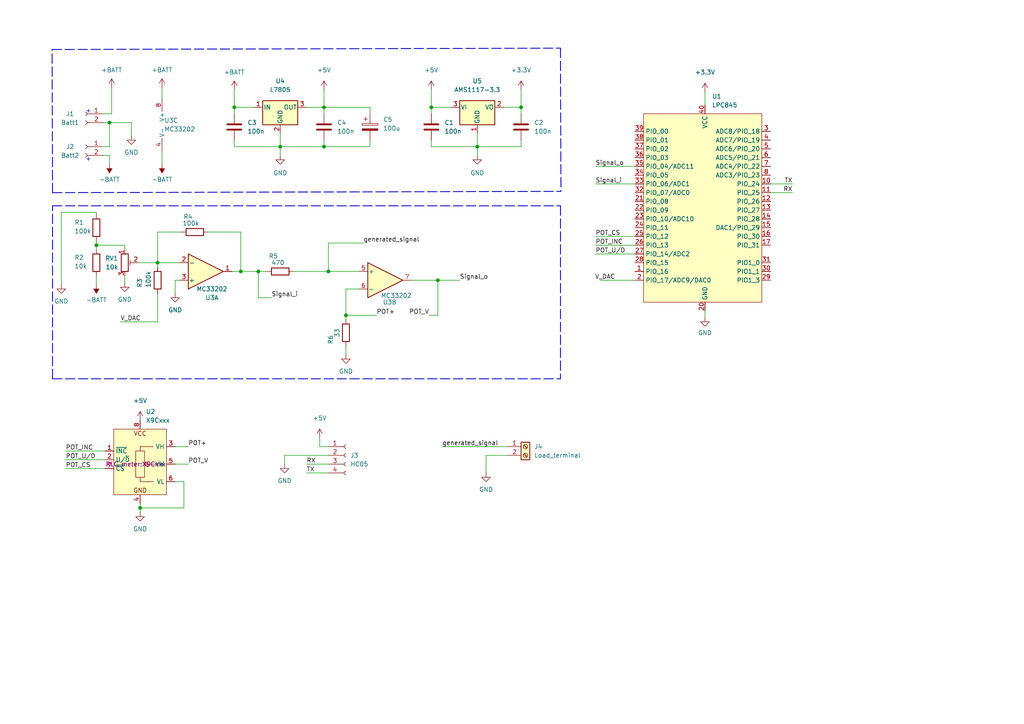
<source format=kicad_sch>
(kicad_sch (version 20211123) (generator eeschema)
  (paper "A4")
  (lib_symbols
    (symbol "Amplifier_Operational:MC33202" (pin_names (offset 0.127))
      (property "Reference" "U" (at 0 5.08 0))
      (property "Value" "MC33202" (at 0 -5.08 0))
      (symbol "MC33202_1_1"
        (polyline (pts (xy -5.08 5.08) (xy 5.08 0) (xy -5.08 -5.08) (xy -5.08 5.08)) (stroke (width 0.254)) (fill (type background)))
        (pin output line (at 7.62 0 180) (length 2.54) (name "~") (number "1"))
        (pin input line (at -7.62 -2.54 0) (length 2.54) (name "-") (number "2"))
        (pin input line (at -7.62 2.54 0) (length 2.54) (name "+") (number "3"))
      )
      (symbol "MC33202_2_1"
        (polyline (pts (xy -5.08 5.08) (xy 5.08 0) (xy -5.08 -5.08) (xy -5.08 5.08)) (stroke (width 0.254)) (fill (type background)))
        (pin input line (at -7.62 2.54 0) (length 2.54) (name "+") (number "5"))
        (pin input line (at -7.62 -2.54 0) (length 2.54) (name "-") (number "6"))
        (pin output line (at 7.62 0 180) (length 2.54) (name "~") (number "7"))
      )
      (symbol "MC33202_3_1"
        (pin power_in line (at -2.54 -7.62 90) (length 3.81) (name "V-") (number "4"))
        (pin power_in line (at -2.54 7.62 270) (length 3.81) (name "V+") (number "8"))
      )
    )
    (symbol "Connector:Conn_01x02_Female" (pin_names (offset 1.016) hide)
      (property "Reference" "J" (at 0 2.54 0))
      (property "Value" "Conn_01x02_Female" (at 0 -5.08 0))
      (symbol "Conn_01x02_Female_1_1"
        (arc (start 0 -2.032) (mid -0.508 -2.54) (end 0 -3.048) (stroke (width 0.1524)))
        (polyline (pts (xy -1.27 -2.54) (xy -0.508 -2.54)) (stroke (width 0.1524)))
        (polyline (pts (xy -1.27 0) (xy -0.508 0)) (stroke (width 0.1524)))
        (arc (start 0 0.508) (mid -0.508 0) (end 0 -0.508) (stroke (width 0.1524)))
        (pin passive line (at -5.08 0 0) (length 3.81) (name "Pin_1") (number "1"))
        (pin passive line (at -5.08 -2.54 0) (length 3.81) (name "Pin_2") (number "2"))
      )
    )
    (symbol "Connector:Conn_01x04_Female" (pin_names (offset 1.016) hide)
      (property "Reference" "J" (at 0 5.08 0))
      (property "Value" "Conn_01x04_Female" (at 0 -7.62 0))
      (symbol "Conn_01x04_Female_1_1"
        (arc (start 0 -4.572) (mid -0.508 -5.08) (end 0 -5.588) (stroke (width 0.1524)))
        (arc (start 0 -2.032) (mid -0.508 -2.54) (end 0 -3.048) (stroke (width 0.1524)))
        (polyline (pts (xy -1.27 -5.08) (xy -0.508 -5.08)) (stroke (width 0.1524)))
        (polyline (pts (xy -1.27 -2.54) (xy -0.508 -2.54)) (stroke (width 0.1524)))
        (polyline (pts (xy -1.27 0) (xy -0.508 0)) (stroke (width 0.1524)))
        (polyline (pts (xy -1.27 2.54) (xy -0.508 2.54)) (stroke (width 0.1524)))
        (arc (start 0 0.508) (mid -0.508 0) (end 0 -0.508) (stroke (width 0.1524)))
        (arc (start 0 3.048) (mid -0.508 2.54) (end 0 2.032) (stroke (width 0.1524)))
        (pin passive line (at -5.08 2.54 0) (length 3.81) (name "Pin_1") (number "1"))
        (pin passive line (at -5.08 0 0) (length 3.81) (name "Pin_2") (number "2"))
        (pin passive line (at -5.08 -2.54 0) (length 3.81) (name "Pin_3") (number "3"))
        (pin passive line (at -5.08 -5.08 0) (length 3.81) (name "Pin_4") (number "4"))
      )
    )
    (symbol "Connector:Screw_Terminal_01x02" (pin_names (offset 1.016) hide)
      (property "Reference" "J" (at 0 2.54 0))
      (property "Value" "Screw_Terminal_01x02" (at 0 -5.08 0))
      (symbol "Screw_Terminal_01x02_1_1"
        (rectangle (start -1.27 1.27) (end 1.27 -3.81) (stroke (width 0.254)) (fill (type background)))
        (circle (center 0 -2.54) (radius 0.635) (stroke (width 0.1524)))
        (polyline (pts (xy -0.5334 -2.2098) (xy 0.3302 -3.048)) (stroke (width 0.1524)))
        (polyline (pts (xy -0.5334 0.3302) (xy 0.3302 -0.508)) (stroke (width 0.1524)))
        (polyline (pts (xy -0.3556 -2.032) (xy 0.508 -2.8702)) (stroke (width 0.1524)))
        (polyline (pts (xy -0.3556 0.508) (xy 0.508 -0.3302)) (stroke (width 0.1524)))
        (circle (center 0 0) (radius 0.635) (stroke (width 0.1524)))
        (pin passive line (at -5.08 0 0) (length 3.81) (name "Pin_1") (number "1"))
        (pin passive line (at -5.08 -2.54 0) (length 3.81) (name "Pin_2") (number "2"))
      )
    )
    (symbol "Device:C" (pin_numbers hide) (pin_names (offset 0.254))
      (property "Reference" "C" (at 0.635 2.54 0))
      (property "Value" "C" (at 0.635 -2.54 0))
      (symbol "C_0_1"
        (polyline (pts (xy -2.032 -0.762) (xy 2.032 -0.762)) (stroke (width 0.508)))
        (polyline (pts (xy -2.032 0.762) (xy 2.032 0.762)) (stroke (width 0.508)))
      )
      (symbol "C_1_1"
        (pin passive line (at 0 3.81 270) (length 2.794) (name "~") (number "1"))
        (pin passive line (at 0 -3.81 90) (length 2.794) (name "~") (number "2"))
      )
    )
    (symbol "Device:C_Polarized" (pin_numbers hide) (pin_names (offset 0.254))
      (property "Reference" "C" (at 0.635 2.54 0))
      (property "Value" "C_Polarized" (at 0.635 -2.54 0))
      (symbol "C_Polarized_0_1"
        (rectangle (start -2.286 0.508) (end 2.286 1.016))
        (polyline (pts (xy -1.778 2.286) (xy -0.762 2.286)))
        (polyline (pts (xy -1.27 2.794) (xy -1.27 1.778)))
        (rectangle (start 2.286 -0.508) (end -2.286 -1.016) (fill (type outline)))
      )
      (symbol "C_Polarized_1_1"
        (pin passive line (at 0 3.81 270) (length 2.794) (name "~") (number "1"))
        (pin passive line (at 0 -3.81 90) (length 2.794) (name "~") (number "2"))
      )
    )
    (symbol "Device:R" (pin_numbers hide) (pin_names (offset 0))
      (property "Reference" "R" (at 2.032 0 90))
      (property "Value" "R" (at 0 0 90))
      (symbol "R_0_1"
        (rectangle (start -1.016 -2.54) (end 1.016 2.54) (stroke (width 0.254)))
      )
      (symbol "R_1_1"
        (pin passive line (at 0 3.81 270) (length 1.27) (name "~") (number "1"))
        (pin passive line (at 0 -3.81 90) (length 1.27) (name "~") (number "2"))
      )
    )
    (symbol "Device:R_Potentiometer_Trim" (pin_names (offset 1.016) hide)
      (property "Reference" "RV" (at -4.445 0 90))
      (property "Value" "R_Potentiometer_Trim" (at -2.54 0 90))
      (symbol "R_Potentiometer_Trim_0_1"
        (polyline (pts (xy 1.524 0.762) (xy 1.524 -0.762)))
        (polyline (pts (xy 2.54 0) (xy 1.524 0)))
        (rectangle (start 1.016 2.54) (end -1.016 -2.54) (stroke (width 0.254)))
      )
      (symbol "R_Potentiometer_Trim_1_1"
        (pin passive line (at 0 3.81 270) (length 1.27) (name "1") (number "1"))
        (pin passive line (at 3.81 0 180) (length 1.27) (name "2") (number "2"))
        (pin passive line (at 0 -3.81 90) (length 1.27) (name "3") (number "3"))
      )
    )
    (symbol "Potentiometer_Digital:X9Cxxx"
      (property "Reference" "U" (at -11.43 11.43 0))
      (property "Value" "X9Cxxx" (at -8.89 13.97 0))
      (symbol "X9Cxxx_0_0"
        (text "GND" (at 0 -7.62 0) (effects (font (size 1.27 1.27))))
        (text "VCC" (at 0 8.89 0) (effects (font (size 1.27 1.27))))
      )
      (symbol "X9Cxxx_0_1"
        (rectangle (start -7.62 10.16) (end 7.62 -8.89) (fill (type background)))
        (rectangle (start -1.27 3.81) (end 1.27 -3.81))
        (polyline (pts (xy 1.27 0) (xy 5.08 0)))
        (polyline (pts (xy 0 3.81) (xy 0 5.08) (xy 3.81 5.08)))
        (polyline (pts (xy 3.81 -5.08) (xy 0 -5.08) (xy 0 -3.81)))
        (polyline (pts (xy 1.27 0) (xy 2.159 0.762) (xy 2.159 -0.762) (xy 1.27 0)))
      )
      (symbol "X9Cxxx_1_1"
        (pin input line (at -10.16 3.81 0) (length 2.54) (name "~{INC}") (number "1"))
        (pin input line (at -10.16 1.27 0) (length 2.54) (name "U/~{D}") (number "2"))
        (pin input line (at 10.16 5.08 180) (length 2.54) (name "VH") (number "3"))
        (pin input line (at 0 -11.43 90) (length 2.54) (name "") (number "4"))
        (pin input line (at 10.16 0 180) (length 2.54) (name "VW") (number "5"))
        (pin input line (at 10.16 -5.08 180) (length 2.54) (name "VL") (number "6"))
        (pin input line (at -10.16 -1.27 0) (length 2.54) (name "~{CS}") (number "7"))
        (pin input line (at 0 12.7 270) (length 2.54) (name "") (number "8"))
      )
    )
    (symbol "Regulator_Linear:AMS1117-3.3" (pin_names (offset 0.254))
      (property "Reference" "U" (at -3.81 3.175 0))
      (property "Value" "AMS1117-3.3" (at 0 3.175 0))
      (symbol "AMS1117-3.3_0_1"
        (rectangle (start -5.08 -5.08) (end 5.08 1.905) (stroke (width 0.254)) (fill (type background)))
      )
      (symbol "AMS1117-3.3_1_1"
        (pin power_in line (at 0 -7.62 90) (length 2.54) (name "GND") (number "1"))
        (pin power_out line (at 7.62 0 180) (length 2.54) (name "VO") (number "2"))
        (pin power_in line (at -7.62 0 0) (length 2.54) (name "VI") (number "3"))
      )
    )
    (symbol "Regulator_Linear:L7805" (pin_names (offset 0.254))
      (property "Reference" "U" (at -3.81 3.175 0))
      (property "Value" "L7805" (at 0 3.175 0))
      (symbol "L7805_0_1"
        (rectangle (start -5.08 1.905) (end 5.08 -5.08) (stroke (width 0.254)) (fill (type background)))
      )
      (symbol "L7805_1_1"
        (pin power_in line (at -7.62 0 0) (length 2.54) (name "IN") (number "1"))
        (pin power_in line (at 0 -7.62 90) (length 2.54) (name "GND") (number "2"))
        (pin power_out line (at 7.62 0 180) (length 2.54) (name "OUT") (number "3"))
      )
    )
    (symbol "power:+3.3V" (power) (pin_names (offset 0))
      (property "Value" "+3.3V" (at 0 3.556 0))
      (symbol "+3.3V_0_1"
        (polyline (pts (xy -0.762 1.27) (xy 0 2.54)))
        (polyline (pts (xy 0 0) (xy 0 2.54)))
        (polyline (pts (xy 0 2.54) (xy 0.762 1.27)))
      )
      (symbol "+3.3V_1_1"
        (pin power_in line (at 0 0 90) (length 0) hide (name "+3.3V") (number "1"))
      )
    )
    (symbol "power:+5V" (power) (pin_names (offset 0))
      (property "Value" "+5V" (at 0 3.556 0))
      (symbol "+5V_0_1"
        (polyline (pts (xy -0.762 1.27) (xy 0 2.54)))
        (polyline (pts (xy 0 0) (xy 0 2.54)))
        (polyline (pts (xy 0 2.54) (xy 0.762 1.27)))
      )
      (symbol "+5V_1_1"
        (pin power_in line (at 0 0 90) (length 0) hide (name "+5V") (number "1"))
      )
    )
    (symbol "power:+BATT" (power) (pin_names (offset 0))
      (property "Value" "+BATT" (at 0 3.556 0))
      (symbol "+BATT_0_1"
        (polyline (pts (xy -0.762 1.27) (xy 0 2.54)))
        (polyline (pts (xy 0 0) (xy 0 2.54)))
        (polyline (pts (xy 0 2.54) (xy 0.762 1.27)))
      )
      (symbol "+BATT_1_1"
        (pin power_in line (at 0 0 90) (length 0) hide (name "+BATT") (number "1"))
      )
    )
    (symbol "power:-BATT" (power) (pin_names (offset 0))
      (property "Value" "-BATT" (at 0 3.556 0))
      (symbol "-BATT_0_1"
        (polyline (pts (xy 0 0) (xy 0 2.54)))
        (polyline (pts (xy 0.762 1.27) (xy -0.762 1.27) (xy 0 2.54) (xy 0.762 1.27)) (fill (type outline)))
      )
      (symbol "-BATT_1_1"
        (pin power_in line (at 0 0 90) (length 0) hide (name "-BATT") (number "1"))
      )
    )
    (symbol "power:GND" (power) (pin_names (offset 0))
      (property "Value" "GND" (at 0 -3.81 0))
      (symbol "GND_0_1"
        (polyline (pts (xy 0 0) (xy 0 -1.27) (xy 1.27 -1.27) (xy 0 -2.54) (xy -1.27 -1.27) (xy 0 -1.27)))
      )
      (symbol "GND_1_1"
        (pin power_in line (at 0 0 270) (length 0) hide (name "GND") (number "1"))
      )
    )
    (symbol "proj_lib:LPC845"
      (property "Reference" "U" (at -15.875 29.21 0))
      (property "Value" "LPC845" (at -12.7 26.67 0))
      (symbol "LPC845_0_1"
        (rectangle (start -16.51 24.13) (end 17.78 -30.48) (fill (type background)))
      )
      (symbol "LPC845_1_1"
        (pin bidirectional line (at -19.05 -21.59 0) (length 2.54) (name "PIO_16") (number "1"))
        (pin bidirectional line (at 20.32 3.81 180) (length 2.54) (name "PIO_24") (number "10"))
        (pin bidirectional line (at 20.32 1.27 180) (length 2.54) (name "PIO_25") (number "11"))
        (pin bidirectional line (at 20.32 -1.27 180) (length 2.54) (name "PIO_26") (number "12"))
        (pin bidirectional line (at 20.32 -3.81 180) (length 2.54) (name "PIO_27") (number "13"))
        (pin bidirectional line (at 20.32 -6.35 180) (length 2.54) (name "PIO_28") (number "14"))
        (pin bidirectional line (at 20.32 -8.89 180) (length 2.54) (name "DAC1/PIO_29") (number "15"))
        (pin bidirectional line (at 20.32 -11.43 180) (length 2.54) (name "PIO_30") (number "16"))
        (pin bidirectional line (at 20.32 -13.97 180) (length 2.54) (name "PIO_31") (number "17"))
        (pin bidirectional line (at 16.51 -35.56 180) (length 2.54) hide (name "PIO_09_2") (number "18"))
        (pin bidirectional line (at 16.51 -38.1 180) (length 2.54) hide (name "PIO_08_2") (number "19"))
        (pin bidirectional line (at -19.05 -24.13 0) (length 2.54) (name "PIO_17/ADC9/DAC0") (number "2"))
        (pin unspecified line (at 1.27 -33.02 90) (length 2.54) (name "GND") (number "20"))
        (pin bidirectional line (at -19.05 -1.27 0) (length 2.54) (name "PIO_08") (number "21"))
        (pin bidirectional line (at -19.05 -3.81 0) (length 2.54) (name "PIO_09") (number "22"))
        (pin bidirectional line (at -19.05 -6.35 0) (length 2.54) (name "PIO_10/ADC10") (number "23"))
        (pin bidirectional line (at -19.05 -8.89 0) (length 2.54) (name "PIO_11") (number "24"))
        (pin bidirectional line (at -19.05 -11.43 0) (length 2.54) (name "PIO_12") (number "25"))
        (pin bidirectional line (at -19.05 -13.97 0) (length 2.54) (name "PIO_13") (number "26"))
        (pin bidirectional line (at -19.05 -16.51 0) (length 2.54) (name "PIO_14/ADC2") (number "27"))
        (pin bidirectional line (at -19.05 -19.05 0) (length 2.54) (name "PIO_15") (number "28"))
        (pin bidirectional line (at 20.32 -24.13 180) (length 2.54) (name "PIO1_3") (number "29"))
        (pin bidirectional line (at 20.32 19.05 180) (length 2.54) (name "ADC8/PIO_18") (number "3"))
        (pin bidirectional line (at 20.32 -21.59 180) (length 2.54) (name "PIO1_1") (number "30"))
        (pin bidirectional line (at 20.32 -19.05 180) (length 2.54) (name "PIO1_0") (number "31"))
        (pin bidirectional line (at -19.05 1.27 0) (length 2.54) (name "PIO_07/ADC0") (number "32"))
        (pin bidirectional line (at -19.05 3.81 0) (length 2.54) (name "PIO_06/ADC1") (number "33"))
        (pin bidirectional line (at -19.05 6.35 0) (length 2.54) (name "PIO_05") (number "34"))
        (pin bidirectional line (at -19.05 8.89 0) (length 2.54) (name "PIO_04/ADC11") (number "35"))
        (pin bidirectional line (at -19.05 11.43 0) (length 2.54) (name "PIO_03") (number "36"))
        (pin bidirectional line (at -19.05 13.97 0) (length 2.54) (name "PIO_02") (number "37"))
        (pin bidirectional line (at -19.05 16.51 0) (length 2.54) (name "PIO_01") (number "38"))
        (pin bidirectional line (at -19.05 19.05 0) (length 2.54) (name "PIO_00") (number "39"))
        (pin bidirectional line (at 20.32 16.51 180) (length 2.54) (name "ADC7/PIO_19") (number "4"))
        (pin power_in line (at 1.27 26.67 270) (length 2.54) (name "VCC") (number "40"))
        (pin bidirectional line (at 20.32 13.97 180) (length 2.54) (name "ADC6/PIO_20") (number "5"))
        (pin bidirectional line (at 20.32 11.43 180) (length 2.54) (name "ADC5/PIO_21") (number "6"))
        (pin bidirectional line (at 20.32 8.89 180) (length 2.54) (name "ADC4/PIO_22") (number "7"))
        (pin bidirectional line (at 20.32 6.35 180) (length 2.54) (name "ADC3/PIO_23") (number "8"))
        (pin bidirectional line (at 16.51 -33.02 180) (length 2.54) hide (name "PIO_05_2") (number "9"))
      )
    )
  )
  (junction (at 95.25 78.74))
  (junction (at 127 81.28))
  (junction (at 151.13 31.115))
  (junction (at 27.94 71.12))
  (junction (at 100.33 91.44))
  (junction (at 93.98 31.115))
  (junction (at 93.98 42.545))
  (junction (at 31.75 35.56))
  (junction (at 45.72 76.2))
  (junction (at 81.28 42.545))
  (junction (at 40.64 147.32))
  (junction (at 138.43 42.545))
  (junction (at 69.85 78.74))
  (junction (at 125.095 31.115))
  (junction (at 74.93 78.74))
  (junction (at 67.945 31.115))
  (wire (pts (xy 19.05 133.35) (xy 30.48 133.35)))
  (wire (pts (xy 93.98 33.02) (xy 93.98 31.115)))
  (wire (pts (xy 69.85 78.74) (xy 67.31 78.74)))
  (wire (pts (xy 17.78 61.595) (xy 17.78 82.55)))
  (wire (pts (xy 45.72 85.09) (xy 45.72 93.345)))
  (wire (pts (xy 95.25 78.74) (xy 104.14 78.74)))
  (wire (pts (xy 88.9 137.16) (xy 95.25 137.16)))
  (wire (pts (xy 172.72 53.34) (xy 184.15 53.34)))
  (wire (pts (xy 125.095 33.02) (xy 125.095 31.115)))
  (wire (pts (xy 151.13 26.035) (xy 151.13 31.115)))
  (wire (pts (xy 124.46 91.44) (xy 127 91.44)))
  (wire (pts (xy 95.25 70.485) (xy 105.41 70.485)))
  (wire (pts (xy 27.94 69.85) (xy 27.94 71.12)))
  (wire (pts (xy 67.945 31.115) (xy 73.66 31.115)))
  (wire (pts (xy 38.1 35.56) (xy 31.75 35.56)))
  (wire (pts (xy 78.74 86.36) (xy 74.93 86.36)))
  (wire (pts (xy 172.72 73.66) (xy 184.15 73.66)))
  (wire (pts (xy 53.34 139.7) (xy 53.34 147.32)))
  (wire (pts (xy 172.72 48.26) (xy 184.15 48.26)))
  (wire (pts (xy 92.71 129.54) (xy 95.25 129.54)))
  (wire (pts (xy 173.99 81.28) (xy 184.15 81.28)))
  (wire (pts (xy 60.325 67.31) (xy 69.85 67.31)))
  (wire (pts (xy 93.98 42.545) (xy 93.98 40.64)))
  (wire (pts (xy 88.9 31.115) (xy 93.98 31.115)))
  (wire (pts (xy 27.94 71.12) (xy 27.94 72.39)))
  (wire (pts (xy 50.8 134.62) (xy 54.61 134.62)))
  (wire (pts (xy 38.1 39.37) (xy 38.1 35.56)))
  (wire (pts (xy 151.13 33.02) (xy 151.13 31.115)))
  (wire (pts (xy 40.005 76.2) (xy 45.72 76.2)))
  (wire (pts (xy 85.09 78.74) (xy 95.25 78.74)))
  (wire (pts (xy 93.98 31.115) (xy 107.315 31.115)))
  (wire (pts (xy 229.87 53.34) (xy 223.52 53.34)))
  (wire (pts (xy 151.13 42.545) (xy 151.13 40.64)))
  (wire (pts (xy 45.72 67.31) (xy 45.72 76.2)))
  (wire (pts (xy 29.845 45.085) (xy 31.75 45.085)))
  (wire (pts (xy 40.64 146.05) (xy 40.64 147.32)))
  (wire (pts (xy 19.05 130.81) (xy 30.48 130.81)))
  (wire (pts (xy 140.97 137.16) (xy 140.97 132.08)))
  (polyline (pts (xy 162.56 59.69) (xy 162.56 109.855)) (stroke (width 0.25)))
  (wire (pts (xy 17.78 61.595) (xy 27.94 61.595)))
  (wire (pts (xy 127 91.44) (xy 127 81.28)))
  (wire (pts (xy 36.195 71.12) (xy 27.94 71.12)))
  (wire (pts (xy 29.845 35.56) (xy 31.75 35.56)))
  (wire (pts (xy 138.43 42.545) (xy 151.13 42.545)))
  (wire (pts (xy 29.845 42.545) (xy 31.75 42.545)))
  (wire (pts (xy 172.72 68.58) (xy 184.15 68.58)))
  (wire (pts (xy 125.095 40.64) (xy 125.095 42.545)))
  (wire (pts (xy 204.47 90.17) (xy 204.47 92.075)))
  (wire (pts (xy 27.94 61.595) (xy 27.94 62.23)))
  (wire (pts (xy 125.095 42.545) (xy 138.43 42.545)))
  (wire (pts (xy 67.945 42.545) (xy 81.28 42.545)))
  (wire (pts (xy 31.75 42.545) (xy 31.75 35.56)))
  (wire (pts (xy 67.945 33.02) (xy 67.945 31.115)))
  (wire (pts (xy 32.385 25.4) (xy 32.385 33.02)))
  (wire (pts (xy 128.27 129.54) (xy 147.32 129.54)))
  (wire (pts (xy 229.87 55.88) (xy 223.52 55.88)))
  (wire (pts (xy 69.85 78.74) (xy 74.93 78.74)))
  (wire (pts (xy 67.945 26.035) (xy 67.945 31.115)))
  (wire (pts (xy 140.97 132.08) (xy 147.32 132.08)))
  (wire (pts (xy 138.43 42.545) (xy 138.43 45.085)))
  (wire (pts (xy 74.93 78.74) (xy 74.93 86.36)))
  (wire (pts (xy 36.195 80.01) (xy 36.195 82.042)))
  (wire (pts (xy 93.98 26.035) (xy 93.98 31.115)))
  (wire (pts (xy 81.28 38.735) (xy 81.28 42.545)))
  (wire (pts (xy 67.945 40.64) (xy 67.945 42.545)))
  (wire (pts (xy 46.99 25.4) (xy 46.99 28.575)))
  (wire (pts (xy 88.9 134.62) (xy 95.25 134.62)))
  (wire (pts (xy 29.845 33.02) (xy 32.385 33.02)))
  (wire (pts (xy 107.315 42.545) (xy 93.98 42.545)))
  (wire (pts (xy 46.99 43.815) (xy 46.99 47.625)))
  (wire (pts (xy 50.8 85.09) (xy 50.8 81.28)))
  (polyline (pts (xy 15.113 14.351) (xy 162.56 13.97)) (stroke (width 0.25)))
  (wire (pts (xy 27.94 80.01) (xy 27.94 82.55)))
  (wire (pts (xy 74.93 78.74) (xy 77.47 78.74)))
  (wire (pts (xy 95.25 70.485) (xy 95.25 78.74)))
  (wire (pts (xy 100.33 91.44) (xy 109.22 91.44)))
  (wire (pts (xy 204.47 26.67) (xy 204.47 30.48)))
  (wire (pts (xy 172.72 71.12) (xy 184.15 71.12)))
  (wire (pts (xy 92.71 127) (xy 92.71 129.54)))
  (wire (pts (xy 45.72 76.2) (xy 45.72 77.47)))
  (polyline (pts (xy 15.24 109.855) (xy 15.24 59.69)) (stroke (width 0.25)))
  (wire (pts (xy 52.705 67.31) (xy 45.72 67.31)))
  (wire (pts (xy 19.05 135.89) (xy 30.48 135.89)))
  (wire (pts (xy 125.095 31.115) (xy 130.81 31.115)))
  (wire (pts (xy 34.925 93.345) (xy 45.72 93.345)))
  (wire (pts (xy 50.8 81.28) (xy 52.07 81.28)))
  (polyline (pts (xy 15.24 59.69) (xy 162.56 59.69)) (stroke (width 0.25)))
  (wire (pts (xy 82.55 134.62) (xy 82.55 132.08)))
  (wire (pts (xy 146.05 31.115) (xy 151.13 31.115)))
  (wire (pts (xy 81.28 42.545) (xy 93.98 42.545)))
  (polyline (pts (xy 15.24 55.88) (xy 162.687 55.499)) (stroke (width 0.25)))
  (wire (pts (xy 53.34 147.32) (xy 40.64 147.32)))
  (wire (pts (xy 81.28 42.545) (xy 81.28 45.085)))
  (wire (pts (xy 69.85 67.31) (xy 69.85 78.74)))
  (wire (pts (xy 100.33 83.82) (xy 104.14 83.82)))
  (polyline (pts (xy 15.24 109.855) (xy 162.56 109.855)) (stroke (width 0.25)))
  (wire (pts (xy 82.55 132.08) (xy 95.25 132.08)))
  (wire (pts (xy 100.33 91.44) (xy 100.33 92.71)))
  (polyline (pts (xy 162.56 13.97) (xy 162.687 55.499)) (stroke (width 0.25)))
  (wire (pts (xy 107.315 40.64) (xy 107.315 42.545)))
  (wire (pts (xy 107.315 31.115) (xy 107.315 33.02)))
  (polyline (pts (xy 15.24 55.88) (xy 15.113 14.351)) (stroke (width 0.25)))
  (wire (pts (xy 50.8 139.7) (xy 53.34 139.7)))
  (wire (pts (xy 127 81.28) (xy 133.35 81.28)))
  (wire (pts (xy 45.72 76.2) (xy 52.07 76.2)))
  (wire (pts (xy 36.195 71.12) (xy 36.195 72.39)))
  (wire (pts (xy 100.33 91.44) (xy 100.33 83.82)))
  (wire (pts (xy 138.43 38.735) (xy 138.43 42.545)))
  (wire (pts (xy 125.095 26.035) (xy 125.095 31.115)))
  (wire (pts (xy 40.64 147.32) (xy 40.64 148.59)))
  (wire (pts (xy 119.38 81.28) (xy 127 81.28)))
  (wire (pts (xy 100.33 100.33) (xy 100.33 102.87)))
  (wire (pts (xy 50.8 129.54) (xy 54.61 129.54)))
  (wire (pts (xy 31.75 45.085) (xy 31.75 47.625)))
  (text "+" (at 24.765 46.99 0) (effects (font (size 1.27 1.27)) (justify left bottom)))
  (text "+" (at 24.765 33.02 0) (effects (font (size 1.27 1.27)) (justify left bottom)))
  (label "RX" (at 88.9 134.62 0))
  (label "POT_CS" (at 19.05 135.89 0))
  (label "Signal_i" (at 78.74 86.36 0))
  (label "POT_U{slash}D" (at 172.72 73.66 0))
  (label "POT_V" (at 54.61 134.62 0))
  (label "generated_signal" (at 105.41 70.485 0))
  (label "generated_signal" (at 128.27 129.54 0))
  (label "POT_INC" (at 172.72 71.12 0))
  (label "Signal_i" (at 172.72 53.34 0))
  (label "POT_V" (at 124.46 91.44 180))
  (label "POT_INC" (at 19.05 130.81 0))
  (label "TX" (at 229.87 53.34 180))
  (label "POT_CS" (at 172.72 68.58 0))
  (label "RX" (at 229.87 55.88 180))
  (label "V_DAC" (at 178.435 81.28 180))
  (label "POT+" (at 54.61 129.54 0))
  (label "Signal_o" (at 172.72 48.26 0))
  (label "TX" (at 88.9 137.16 0))
  (label "POT+" (at 109.22 91.44 0))
  (label "V_DAC" (at 34.925 93.345 0))
  (label "Signal_o" (at 133.35 81.28 0))
  (label "POT_U{slash}D" (at 19.05 133.35 0))
  (symbol (lib_id "power:-BATT") (at 46.99 47.625 180) (unit 1)
    (property "Reference" "#PWR0114" (effects hide))
    (property "Value" "-BATT" (at 46.99 52.07 0))
  )
  (symbol (lib_id "power:-BATT") (at 27.94 82.55 180) (unit 1)
    (property "Reference" "#PWR0109" (effects hide))
    (property "Value" "-BATT" (at 27.94 86.995 0))
  )
  (symbol (lib_id "Device:C_Polarized") (at 107.315 36.83 0) (unit 1)
    (property "Reference" "C5" (at 111.125 34.6709 0) (effects (justify left)))
    (property "Value" "100u" (at 111.125 37.2109 0) (effects (justify left)))
    (property "Footprint" "Capacitor_THT:CP_Radial_D8.0mm_P5.00mm" (effects hide))
  )
  (symbol (lib_id "Device:R") (at 27.94 66.04 0) (unit 1)
    (property "Reference" "R1" (at 21.59 64.516 0) (effects (justify left)))
    (property "Value" "100k" (at 21.59 67.056 0) (effects (justify left)))
    (property "Footprint" "Resistor_THT:R_Axial_DIN0207_L6.3mm_D2.5mm_P15.24mm_Horizontal" (effects hide))
  )
  (symbol (lib_id "power:+3.3V") (at 151.13 26.035 0) (unit 1)
    (property "Reference" "#PWR0104" (effects hide))
    (property "Value" "+3.3V" (at 151.13 20.32 0))
  )
  (symbol (lib_id "power:GND") (at 40.64 148.59 0) (unit 1)
    (property "Reference" "#PWR0120" (effects hide))
    (property "Value" "GND" (at 40.64 153.416 0))
  )
  (symbol (lib_id "Device:C") (at 93.98 36.83 0) (unit 1)
    (property "Reference" "C4" (at 97.79 35.5599 0) (effects (justify left)))
    (property "Value" "100n" (at 97.79 38.0999 0) (effects (justify left)))
    (property "Footprint" "Capacitor_THT:C_Disc_D5.0mm_W2.5mm_P2.50mm" (effects hide))
  )
  (symbol (lib_id "power:GND") (at 36.195 82.042 0) (unit 1)
    (property "Reference" "#PWR0107" (effects hide))
    (property "Value" "GND" (at 36.195 86.868 0))
  )
  (symbol (lib_id "power:GND") (at 204.47 92.075 0) (unit 1)
    (property "Reference" "#PWR0106" (effects hide))
    (property "Value" "GND" (at 204.47 96.52 0))
  )
  (symbol (lib_id "power:+BATT") (at 67.945 26.035 0) (unit 1)
    (property "Reference" "#PWR0115" (effects hide))
    (property "Value" "+BATT" (at 67.945 20.955 0))
  )
  (symbol (lib_id "Amplifier_Operational:MC33202") (at 111.76 81.28 0) (unit 2)
    (property "Reference" "U3" (at 113.03 87.63 0))
    (property "Value" "MC33202" (at 114.935 85.725 0))
    (property "Footprint" "Package_DIP:DIP-8_W7.62mm_Socket_LongPads" (effects hide))
    (property "Datasheet" "http://www.ti.com/lit/ds/symlink/lm358.pdf" (effects hide))
  )
  (symbol (lib_id "Connector:Conn_01x02_Female") (at 24.765 33.02 0) (mirror y) (unit 1)
    (property "Reference" "J1" (at 20.32 33.02 0))
    (property "Value" "Batt1" (at 20.32 35.56 0))
    (property "Footprint" "Connector_PinHeader_2.54mm:PinHeader_1x02_P2.54mm_Vertical" (effects hide))
  )
  (symbol (lib_id "power:GND") (at 81.28 45.085 0) (unit 1)
    (property "Reference" "#PWR0116" (effects hide))
    (property "Value" "GND" (at 81.28 50.165 0))
  )
  (symbol (lib_id "Device:C") (at 151.13 36.83 0) (unit 1)
    (property "Reference" "C2" (at 154.94 35.5599 0) (effects (justify left)))
    (property "Value" "100n" (at 154.94 38.0999 0) (effects (justify left)))
    (property "Footprint" "Capacitor_THT:C_Disc_D5.0mm_W2.5mm_P2.50mm" (effects hide))
  )
  (symbol (lib_id "Device:R") (at 81.28 78.74 90) (unit 1)
    (property "Reference" "R5" (at 80.645 74.295 90) (effects (justify left)))
    (property "Value" "470" (at 82.55 76.2 90) (effects (justify left)))
    (property "Footprint" "Resistor_THT:R_Axial_DIN0207_L6.3mm_D2.5mm_P15.24mm_Horizontal" (effects hide))
  )
  (symbol (lib_id "power:+BATT") (at 46.99 25.4 0) (unit 1)
    (property "Reference" "#PWR0101" (effects hide))
    (property "Value" "+BATT" (at 46.99 20.32 0))
  )
  (symbol (lib_id "power:GND") (at 38.1 39.37 0) (unit 1)
    (property "Reference" "#PWR0113" (effects hide))
    (property "Value" "GND" (at 38.1 44.196 0))
  )
  (symbol (lib_id "Device:C") (at 125.095 36.83 0) (unit 1)
    (property "Reference" "C1" (at 128.905 35.5599 0) (effects (justify left)))
    (property "Value" "100n" (at 128.905 38.0999 0) (effects (justify left)))
    (property "Footprint" "Capacitor_THT:C_Disc_D5.0mm_W2.5mm_P2.50mm" (effects hide))
  )
  (symbol (lib_id "proj_lib:LPC845") (at 203.2 57.15 0) (unit 1)
    (property "Reference" "U1" (at 206.4894 27.94 0) (effects (justify left)))
    (property "Value" "LPC845" (at 206.4894 30.48 0) (effects (justify left)))
    (property "Footprint" "RLC_meter:LPC845" (effects hide))
  )
  (symbol (lib_id "power:+3.3V") (at 204.47 26.67 0) (unit 1)
    (property "Reference" "#PWR0105" (effects hide))
    (property "Value" "+3.3V" (at 204.47 20.955 0))
  )
  (symbol (lib_id "Device:R") (at 45.72 81.28 0) (unit 1)
    (property "Reference" "R3" (at 40.513 83.439 90) (effects (justify left)))
    (property "Value" "100k" (at 43.053 83.439 90) (effects (justify left)))
    (property "Footprint" "Resistor_THT:R_Axial_DIN0207_L6.3mm_D2.5mm_P15.24mm_Horizontal" (effects hide))
  )
  (symbol (lib_id "power:GND") (at 82.55 134.62 0) (unit 1)
    (property "Reference" "#PWR0121" (effects hide))
    (property "Value" "GND" (at 82.55 139.446 0))
  )
  (symbol (lib_id "Connector:Screw_Terminal_01x02") (at 152.4 129.54 0) (unit 1)
    (property "Reference" "J4" (at 154.94 129.5399 0) (effects (justify left)))
    (property "Value" "Load_terminal" (at 154.94 132.0799 0) (effects (justify left)))
    (property "Footprint" "TerminalBlock_Philmore:TerminalBlock_Philmore_TB132_1x02_P5.00mm_Horizontal" (effects hide))
  )
  (symbol (lib_id "Device:R_Potentiometer_Trim") (at 36.195 76.2 0) (unit 1)
    (property "Reference" "RV1" (at 34.29 74.9299 0) (effects (justify right)))
    (property "Value" "10k" (at 34.29 77.4699 0) (effects (justify right)))
    (property "Footprint" "Potentiometer_THT:Potentiometer_Bourns_3386C_Horizontal" (effects hide))
  )
  (symbol (lib_id "power:+5V") (at 92.71 127 0) (unit 1)
    (property "Reference" "#PWR0122" (effects hide))
    (property "Value" "+5V" (at 92.71 121.285 0))
  )
  (symbol (lib_id "Connector:Conn_01x02_Female") (at 24.765 42.545 0) (mirror y) (unit 1)
    (property "Reference" "J2" (at 20.32 42.545 0))
    (property "Value" "Batt2" (at 20.32 45.085 0))
    (property "Footprint" "Connector_PinHeader_2.54mm:PinHeader_1x02_P2.54mm_Vertical" (effects hide))
  )
  (symbol (lib_id "power:GND") (at 17.78 82.55 0) (unit 1)
    (property "Reference" "#PWR0108" (effects hide))
    (property "Value" "GND" (at 17.78 87.376 0))
  )
  (symbol (lib_id "Regulator_Linear:L7805") (at 81.28 31.115 0) (unit 1)
    (property "Reference" "U4" (at 81.28 23.495 0))
    (property "Value" "L7805" (at 81.28 26.035 0))
    (property "Footprint" "Package_TO_SOT_THT:TO-220-3_Horizontal_TabDown" (effects hide))
    (property "Datasheet" "http://www.st.com/content/ccc/resource/technical/document/datasheet/41/4f/b3/b0/12/d4/47/88/CD00000444.pdf/files/CD00000444.pdf/jcr:content/translations/en.CD00000444.pdf" (effects hide))
  )
  (symbol (lib_id "power:+5V") (at 125.095 26.035 0) (unit 1)
    (property "Reference" "#PWR0102" (effects hide))
    (property "Value" "+5V" (at 125.095 20.32 0))
  )
  (symbol (lib_id "Device:R") (at 56.515 67.31 90) (unit 1)
    (property "Reference" "R4" (at 55.88 62.865 90) (effects (justify left)))
    (property "Value" "100k" (at 57.785 64.77 90) (effects (justify left)))
    (property "Footprint" "Resistor_THT:R_Axial_DIN0207_L6.3mm_D2.5mm_P15.24mm_Horizontal" (effects hide))
  )
  (symbol (lib_id "Device:C") (at 67.945 36.83 0) (unit 1)
    (property "Reference" "C3" (at 71.755 35.5599 0) (effects (justify left)))
    (property "Value" "100n" (at 71.755 38.0999 0) (effects (justify left)))
    (property "Footprint" "Capacitor_THT:C_Disc_D5.0mm_W2.5mm_P2.50mm" (effects hide))
  )
  (symbol (lib_id "Device:R") (at 27.94 76.2 0) (unit 1)
    (property "Reference" "R2" (at 21.59 74.676 0) (effects (justify left)))
    (property "Value" "10k" (at 21.59 77.216 0) (effects (justify left)))
    (property "Footprint" "Resistor_THT:R_Axial_DIN0207_L6.3mm_D2.5mm_P15.24mm_Horizontal" (effects hide))
  )
  (symbol (lib_id "power:GND") (at 100.33 102.87 0) (unit 1)
    (property "Reference" "#PWR0117" (effects hide))
    (property "Value" "GND" (at 100.33 107.696 0))
  )
  (symbol (lib_id "power:-BATT") (at 31.75 47.625 180) (unit 1)
    (property "Reference" "#PWR0111" (effects hide))
    (property "Value" "-BATT" (at 31.75 52.07 0))
  )
  (symbol (lib_id "power:+5V") (at 40.64 121.92 0) (unit 1)
    (property "Reference" "#PWR0119" (effects hide))
    (property "Value" "+5V" (at 40.64 116.205 0))
  )
  (symbol (lib_id "Amplifier_Operational:MC33202") (at 59.69 78.74 0) (mirror x) (unit 1)
    (property "Reference" "U3" (at 61.468 86.36 0))
    (property "Value" "MC33202" (at 61.468 83.82 0))
    (property "Footprint" "Package_DIP:DIP-8_W7.62mm_Socket_LongPads" (effects hide))
    (property "Datasheet" "http://www.ti.com/lit/ds/symlink/lm358.pdf" (effects hide))
  )
  (symbol (lib_id "power:GND") (at 50.8 85.09 0) (unit 1)
    (property "Reference" "#PWR0110" (effects hide))
    (property "Value" "GND" (at 50.8 89.916 0))
  )
  (symbol (lib_id "power:GND") (at 138.43 45.085 0) (unit 1)
    (property "Reference" "#PWR04" (effects hide))
    (property "Value" "GND" (at 138.43 50.165 0))
  )
  (symbol (lib_id "Regulator_Linear:AMS1117-3.3") (at 138.43 31.115 0) (unit 1)
    (property "Reference" "U5" (at 138.43 23.495 0))
    (property "Value" "AMS1117-3.3" (at 138.43 26.035 0))
    (property "Footprint" "Connector_PinHeader_2.54mm:PinHeader_1x03_P2.54mm_Vertical" (effects hide))
    (property "Datasheet" "http://www.advanced-monolithic.com/pdf/ds1117.pdf" (effects hide))
  )
  (symbol (lib_id "Amplifier_Operational:MC33202") (at 49.53 36.195 0) (unit 3)
    (property "Reference" "U3" (at 47.625 34.9249 0) (effects (justify left)))
    (property "Value" "MC33202" (at 47.625 37.4649 0) (effects (justify left)))
    (property "Footprint" "Package_DIP:DIP-8_W7.62mm_Socket_LongPads" (effects hide))
    (property "Datasheet" "http://www.ti.com/lit/ds/symlink/lm358.pdf" (effects hide))
  )
  (symbol (lib_id "power:+5V") (at 93.98 26.035 0) (unit 1)
    (property "Reference" "#PWR0103" (effects hide))
    (property "Value" "+5V" (at 93.98 20.32 0))
  )
  (symbol (lib_id "Device:R") (at 100.33 96.52 180) (unit 1)
    (property "Reference" "R6" (at 95.885 97.155 90) (effects (justify left)))
    (property "Value" "33" (at 97.79 95.25 90) (effects (justify left)))
    (property "Footprint" "Resistor_THT:R_Axial_DIN0207_L6.3mm_D2.5mm_P15.24mm_Horizontal" (effects hide))
  )
  (symbol (lib_id "power:GND") (at 140.97 137.16 0) (unit 1)
    (property "Reference" "#PWR0118" (effects hide))
    (property "Value" "GND" (at 140.97 141.986 0))
  )
  (symbol (lib_id "Connector:Conn_01x04_Female") (at 100.33 132.08 0) (unit 1)
    (property "Reference" "J3" (at 101.6 132.0799 0) (effects (justify left)))
    (property "Value" "HC05" (at 101.6 134.6199 0) (effects (justify left)))
    (property "Footprint" "Connector_PinHeader_2.54mm:PinHeader_1x04_P2.54mm_Horizontal" (effects hide))
  )
  (symbol (lib_id "power:+BATT") (at 32.385 25.4 0) (unit 1)
    (property "Reference" "#PWR0112" (effects hide))
    (property "Value" "+BATT" (at 32.385 20.32 0))
  )
  (symbol (lib_id "Potentiometer_Digital:X9Cxxx") (at 40.64 134.62 0) (unit 1)
    (property "Reference" "U2" (at 42.2911 119.38 0) (effects (justify left)))
    (property "Value" "X9Cxxx" (at 42.2911 121.92 0) (effects (justify left)))
    (property "Footprint" "RLC_meter:X9Cxxx" (at 39.37 134.62 0))
  )
)
</source>
